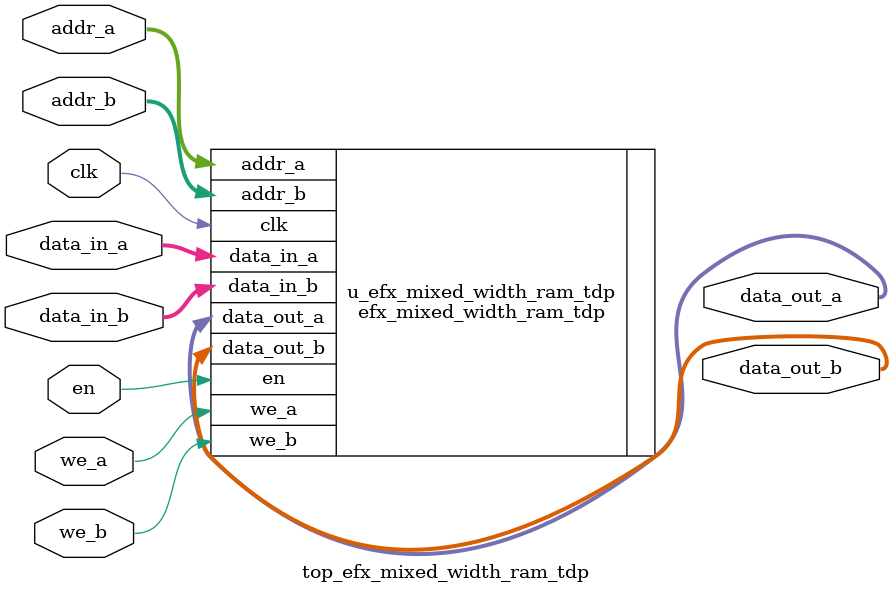
<source format=v>

module top_efx_mixed_width_ram_tdp
  #( parameter OUTREG_A = 0,
               OUTREG_B = 0,
               WRITE_MODE_A = "READ_FIRST",
               WRITE_MODE_B = "READ_FIRST",
               DATA_WIDTH_A = 8,
               ADDRESS_WIDTH_A = 10,
               ADDRESS_WIDTH_B = 8
     )
  (
   //inputs
   input 	 clk,
   input         en,   
   input 	 we_a,
   input 	 we_b,
   input [9:0] 	 addr_a,
   input [7:0] 	 addr_b,
   input [7:0] 	 data_in_a,
   input [31:0]  data_in_b,

   //outputs
   output [7:0]  data_out_a,
   output [31:0] data_out_b
    );

  

   efx_mixed_width_ram_tdp
     #(.OUTREG_A(OUTREG_A),
       .OUTREG_B(OUTREG_B),
       .WRITE_MODE_A(WRITE_MODE_A),
       .WRITE_MODE_B(WRITE_MODE_B),
       .DATA_WIDTH_A(DATA_WIDTH_A),
       .ADDRESS_WIDTH_A(ADDRESS_WIDTH_A),
       .ADDRESS_WIDTH_B(ADDRESS_WIDTH_B)
       )
     u_efx_mixed_width_ram_tdp
       (
	//inputs
	.clk(clk),
	.en(en),
	.we_a(we_a),
	.we_b(we_b),
	.addr_a(addr_a),
	.addr_b(addr_b),
	.data_in_a(data_in_a),
	.data_in_b(data_in_b),
	//outputs
	.data_out_a(data_out_a),
	.data_out_b(data_out_b));

endmodule // top_efx_mixed_width_ram

</source>
